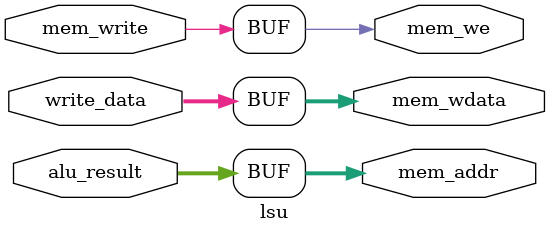
<source format=sv>
module lsu (

  // ------------------------------------------------------------
  // Execute Stage Inputs
  // ------------------------------------------------------------
  input  logic [31:0] alu_result,   // Computed address
  input  logic [31:0] write_data,   // Data to store
  input  logic        mem_write,    // Store enable

  // ------------------------------------------------------------
  // Memory Interface Outputs
  // ------------------------------------------------------------
  output logic [31:0] mem_addr,     // Address to memory
  output logic [31:0] mem_wdata,    // Data to memory
  output logic        mem_we        // Write enable

);

  // ============================================================
  // LX32 Load/Store Unit (LSU)
  // ============================================================
  // Minimal pass-through LSU for single-cycle memory interface.
  //
  // Design Principles:
  //   - Pure combinational datapath
  //   - No internal state
  //   - Clear separation between execute and memory stages
  //   - Tool-friendly (no qualifiers, no implicit latches)
  // ============================================================


  // ------------------------------------------------------------
  // Memory Mapping
  // ------------------------------------------------------------
  assign mem_addr  = alu_result;
  assign mem_wdata = write_data;
  assign mem_we    = mem_write;

endmodule

</source>
